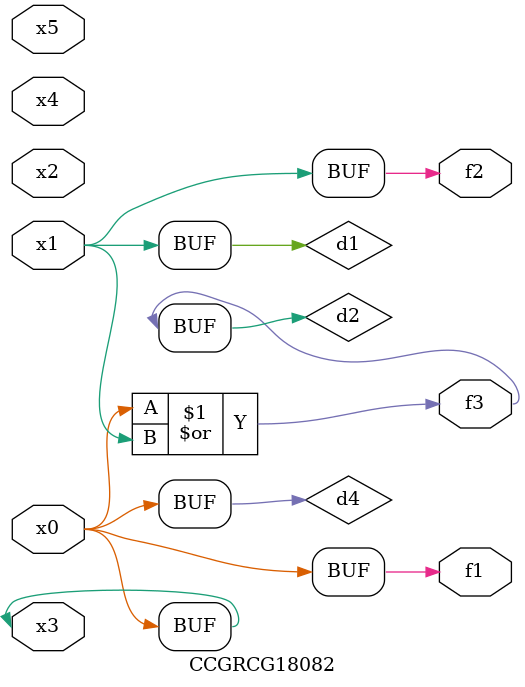
<source format=v>
module CCGRCG18082(
	input x0, x1, x2, x3, x4, x5,
	output f1, f2, f3
);

	wire d1, d2, d3, d4;

	and (d1, x1);
	or (d2, x0, x1);
	nand (d3, x0, x5);
	buf (d4, x0, x3);
	assign f1 = d4;
	assign f2 = d1;
	assign f3 = d2;
endmodule

</source>
